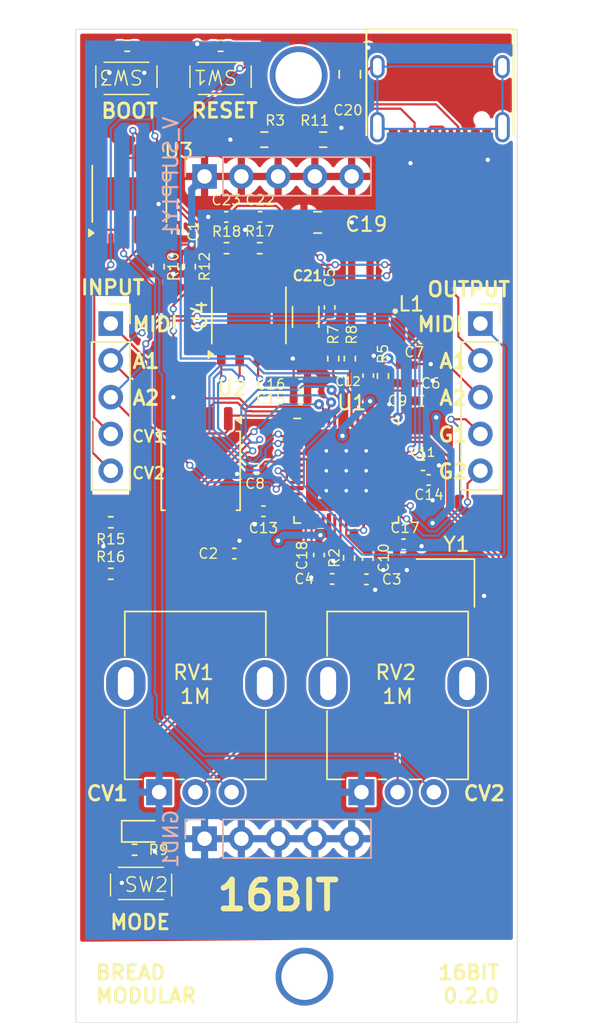
<source format=kicad_pcb>
(kicad_pcb (version 20240108) (generator "pcbnew") (generator_version "8.0")
  (layers (0 "F.Cu" signal) (31 "B.Cu" signal) (34 "B.Paste" user) (35 "F.Paste" user) (36 "B.SilkS" user "B.Silkscreen") (37 "F.SilkS" user "F.Silkscreen") (38 "B.Mask" user) (39 "F.Mask" user) (44 "Edge.Cuts" user))
  (net 0 "")
  (net 1 "GND")
  (net 2 "+3V3")
  (net 3 "/XIN")
  (net 4 "Net-(C4-Pad1)")
  (net 5 "+1V1")
  (net 6 "/VREG_AVDD")
  (net 7 "Net-(J5-SHIELD)")
  (net 8 "Net-(D1-K)")
  (net 11 "/GPIO12")
  (net 12 "/GPIO13")
  (net 17 "AOUT_1")
  (net 18 "CV2")
  (net 19 "CV1")
  (net 22 "AIN_2")
  (net 23 "/RUN")
  (net 25 "AIN_1")
  (net 26 "MIDI_IN")
  (net 28 "AOUT_2")
  (net 29 "MIDI_OUT")
  (net 31 "USB_D+")
  (net 32 "USB_D-")
  (net 33 "Net-(J5-VBUS-PadA4)")
  (net 34 "Net-(J5-CC2)")
  (net 35 "Net-(J5-CC1)")
  (net 36 "/VREG_LX")
  (net 37 "QSPI_SS")
  (net 38 "/XOUT")
  (net 39 "Net-(SW1-A)")
  (net 40 "/~{USB_BOOT}")
  (net 41 "Net-(U1-USB_DP)")
  (net 42 "Net-(U1-USB_DM)")
  (net 43 "/QSPI_SD0")
  (net 45 "/QSPI_SD1")
  (net 46 "/QSPI_SD3")
  (net 47 "/QSPI_SCLK")
  (net 48 "/QSPI_SD2")
  (net 50 "GOUT_1")
  (net 51 "GOUT_2")
  (net 52 "Net-(U4-L)")
  (net 53 "Net-(U4-R)")
  (net 54 "BUFF_CV1")
  (net 55 "Net-(U3A--)")
  (net 56 "BUFF_CV2")
  (net 57 "Net-(U3B--)")
  (net 63 "DIN")
  (net 64 "WS")
  (net 65 "BCK")
  (footprint "Resistor_SMD:R_0402_1005Metric" (layer "F.Cu") (at 51.052 97.282 180)
    (property "Reference" "R9")
    (property "Value" "1k")
  )
  (footprint "Resistor_SMD:R_0402_1005Metric" (layer "F.Cu") (at 50.544 41.783 180)
    (property "Reference" "R6")
    (property "Value" "1k")
  )
  (footprint "LED_SMD:LED_0603_1608Metric" (layer "F.Cu") (at 51.6445 96.012)
    (property "Reference" "D1")
    (property "Value" "LED")
  )
  (footprint "Resistor_SMD:R_0402_1005Metric" (layer "F.Cu") (at 57.402 55.753 180)
    (property "Reference" "R18")
    (property "Value" "1k")
  )
  (footprint "RP2350_60QFN_minimal:C_0402_1005Metric_small_pads" (layer "F.Cu") (at 69.843 63.814)
    (property "Reference" "C7")
    (property "Value" "4.7u")
  )
  (footprint "BreadModular_MISC:K2-1808SN-A4SW-01" (layer "F.Cu") (at 51.435 99.695)
    (property "Reference" "SW2")
    (property "Value" "K2-1808SN-A4SW-01")
  )
  (footprint "BreadModular_MISC:K2-1808SN-A4SW-01" (layer "F.Cu") (at 50.546 43.942 180)
    (property "Reference" "SW3")
    (property "Value" "K2-1808SN-A4SW-01")
  )
  (footprint "Capacitor_SMD:C_0402_1005Metric" (layer "F.Cu") (at 70.894 66.294)
    (property "Reference" "C9")
    (property "Value" "4.7u")
  )
  (footprint "RP2350_60QFN_minimal:RP2350-QFN-60-1EP_7x7_P0.4mm_EP3.4x3.4mm_ThermalVias" (layer "F.Cu") (at 65.6675 71.12)
    (property "Reference" "U1")
    (property "Value" "RP2350_60QFN")
  )
  (footprint "Capacitor_SMD:C_0402_1005Metric" (layer "F.Cu") (at 62.512 66.167 180)
    (property "Reference" "C15")
    (property "Value" "100n")
  )
  (footprint "Resistor_SMD:R_0402_1005Metric" (layer "F.Cu") (at 56.9912 41.783 180)
    (property "Reference" "R4")
    (property "Value" "1k")
  )
  (footprint "Connector_PinSocket_2.54mm:PinSocket_1x05_P2.54mm_Vertical" (layer "F.Cu") (at 74.93 60.96)
    (property "Reference" "J2")
    (property "Value" "Conn_01x08_Socket")
  )
  (footprint "BreadModular_TypeC:HRO-TYPE-C-31-M-12" (layer "F.Cu") (at 72.136 40.619 180)
    (property "Reference" "J5")
    (property "Value" "USB_C_Receptacle_USB2.0_14P")
  )
  (footprint "RP2350_60QFN_minimal:L_pol_2016" (layer "F.Cu") (at 69.947 61.401)
    (property "Reference" "L1")
    (property "Value" "AOTA-B201610S3R3-101-T")
  )
  (footprint "Capacitor_SMD:C_0402_1005Metric" (layer "F.Cu") (at 67.1576 77.1932 -90)
    (property "Reference" "C10")
    (property "Value" "4.7u")
  )
  (footprint "Capacitor_SMD:C_0402_1005Metric" (layer "F.Cu") (at 70.965 70.739)
    (property "Reference" "C11")
    (property "Value" "100n")
  )
  (footprint "Resistor_SMD:R_0402_1005Metric" (layer "F.Cu") (at 59.688 55.753)
    (property "Reference" "R17")
    (property "Value" "1k")
  )
  (footprint "RP2350_60QFN_minimal:C_0402_1005Metric_small_pads" (layer "F.Cu") (at 69.843 65.084)
    (property "Reference" "C6")
    (property "Value" "4.7u")
  )
  (footprint "Resistor_SMD:R_0402_1005Metric" (layer "F.Cu") (at 68.199 64.578 90)
    (property "Reference" "R5")
    (property "Value" "33")
  )
  (footprint "Capacitor_SMD:C_0402_1005Metric" (layer "F.Cu") (at 59.944 73.914 180)
    (property "Reference" "C13")
    (property "Value" "100n")
  )
  (footprint "Capacitor_SMD:C_0402_1005Metric" (layer "F.Cu") (at 63.782 76.934 -90)
    (property "Reference" "C18")
    (property "Value" "100n")
  )
  (footprint "Capacitor_SMD:C_0402_1005Metric" (layer "F.Cu") (at 64.516 59.845 -90)
    (property "Reference" "C5")
    (property "Value" "0.1uf")
  )
  (footprint "Capacitor_SMD:C_0402_1005Metric" (layer "F.Cu") (at 53.975 54.638 90)
    (property "Reference" "C1")
    (property "Value" "0.1uf")
  )
  (footprint "Capacitor_SMD:C_0805_2012Metric" (layer "F.Cu") (at 65.913 43.749 90)
    (property "Reference" "C20")
    (property "Value" "10nf")
  )
  (footprint "Capacitor_SMD:C_1206_3216Metric" (layer "F.Cu") (at 62.865 60.501 -90)
    (property "Reference" "C21")
    (property "Value" "100uf")
  )
  (footprint "Package_SO:SOIC-8-1EP_3.9x4.9mm_P1.27mm_EP2.29x3mm" (layer "F.Cu") (at 50.685 52.005 90)
    (property "Reference" "U3")
    (property "Value" "MCP6002-xSN")
  )
  (footprint "Package_SO:SOIC-8_5.23x5.23mm_P1.27mm" (layer "F.Cu") (at 55.6125 71.12 -90)
    (property "Reference" "U2")
    (property "Value" "W25Q128JVS")
  )
  (footprint "Capacitor_SMD:C_0402_1005Metric" (layer "F.Cu") (at 62.512 65.151 180)
    (property "Reference" "C16")
    (property "Value" "100n")
  )
  (footprint "Resistor_SMD:R_0402_1005Metric" (layer "F.Cu") (at 49.401 74.676 180)
    (property "Reference" "R15")
    (property "Value" "100k")
  )
  (footprint "Capacitor_SMD:C_0402_1005Metric" (layer "F.Cu") (at 59.464 70.993 180)
    (property "Reference" "C8")
    (property "Value" "100n")
  )
  (footprint "Resistor_SMD:R_0603_1608Metric" (layer "F.Cu") (at 64.072 48.26)
    (property "Reference" "R11")
    (property "Value" "5.1k")
  )
  (footprint "Resistor_SMD:R_0402_1005Metric" (layer "F.Cu") (at 65.8622 77.1378 -90)
    (property "Reference" "R2")
    (property "Value" "1k")
  )
  (footprint "Resistor_SMD:R_0402_1005Metric" (layer "F.Cu") (at 52.707 57.023 90)
    (property "Reference" "R10")
    (property "Value" "100k")
  )
  (footprint "Capacitor_SMD:C_0402_1005Metric" (layer "F.Cu") (at 64.6964 78.5876 180)
    (property "Reference" "C4")
    (property "Value" "15p")
  )
  (footprint "Capacitor_SMD:C_0402_1005Metric" (layer "F.Cu") (at 67.183 64.548 90)
    (property "Reference" "C12")
    (property "Value" "100n")
  )
  (footprint "Capacitor_SMD:C_0402_1005Metric" (layer "F.Cu") (at 71.3512 71.755)
    (property "Reference" "C14")
    (property "Value" "100n")
  )
  (footprint "Capacitor_SMD:C_0402_1005Metric" (layer "F.Cu") (at 69.624 76.2)
    (property "Reference" "C17")
    (property "Value" "100n")
  )
  (footprint "Capacitor_SMD:C_0805_2012Metric" (layer "F.Cu") (at 63.693 53.975)
    (property "Reference" "C19")
    (property "Value" "10u")
  )
  (footprint "Capacitor_SMD:C_0402_1005Metric" (layer "F.Cu") (at 67.0586 78.613)
    (property "Reference" "C3")
    (property "Value" "15p")
  )
  (footprint "Capacitor_SMD:C_0402_1005Metric" (layer "F.Cu") (at 59.718 53.594)
    (property "Reference" "C22")
    (property "Value" "10nf")
  )
  (footprint "Resistor_SMD:R_0402_1005Metric" (layer "F.Cu") (at 49.401 78.232)
    (property "Reference" "R16")
    (property "Value" "100k")
  )
  (footprint "Resistor_SMD:R_0402_1005Metric" (layer "F.Cu") (at 54.862 57.025 90)
    (property "Reference" "R12")
    (property "Value" "100k")
  )
  (footprint "Package_SO:SOIC-8-1EP_3.9x4.9mm_P1.27mm_EP2.29x3mm" (layer "F.Cu") (at 58.94 60.39 90)
    (property "Reference" "U4")
    (property "Value" "PT8211")
  )
  (footprint "Crystal:Crystal_SMD_3225-4Pin_3.2x2.5mm" (layer "F.Cu") (at 72.517 78.867 180)
    (property "Reference" "Y1")
    (property "Value" "ABM8-272-T3")
  )
  (footprint "Capacitor_SMD:C_0402_1005Metric" (layer "F.Cu") (at 57.376 53.594)
    (property "Reference" "C23")
    (property "Value" "10nf")
  )
  (footprint "BreadModular_Pots:Potentiometer_RV09" (layer "F.Cu") (at 55.372 86.3122)
    (property "Reference" "RV1")
    (property "Value" "1M")
  )
  (footprint "BreadModular_Pots:Potentiometer_RV09" (layer "F.Cu") (at 69.342 86.3122)
    (property "Reference" "RV2")
    (property "Value" "1M")
  )
  (footprint "Capacitor_SMD:C_0402_1005Metric" (layer "F.Cu") (at 57.94 76.835)
    (property "Reference" "C2")
    (property "Value" "100n")
  )
  (footprint "Resistor_SMD:R_0402_1005Metric" (layer "F.Cu") (at 65.913 63.375 -90)
    (property "Reference" "R8")
    (property "Value" "27")
  )
  (footprint "BreadModular_MISC:K2-1808SN-A4SW-01" (layer "F.Cu") (at 57.0484 43.942 180)
    (property "Reference" "SW1")
    (property "Value" "K2-1808SN-A4SW-01")
  )
  (footprint "Connector_PinSocket_2.54mm:PinSocket_1x05_P2.54mm_Vertical" (layer "F.Cu") (at 49.403 60.96)
    (property "Reference" "J1")
    (property "Value" "Conn_01x08_Socket")
  )
  (footprint "Resistor_SMD:R_0402_1005Metric" (layer "F.Cu") (at 64.77 63.375 -90)
    (property "Reference" "R7")
    (property "Value" "27")
  )
  (footprint "Resistor_SMD:R_0603_1608Metric" (layer "F.Cu") (at 60.008 48.26 180)
    (property "Reference" "R3")
    (property "Value" "5.1k")
  )
  (footprint "Connector_PinHeader_2.54mm:PinHeader_1x05_P2.54mm_Vertical" (layer "B.Cu") (at 55.88 96.52 -90)
    (property "Reference" "GND1")
    (property "Value" "Conn_01x05_Pin")
  )
  (footprint "Connector_PinHeader_2.54mm:PinHeader_1x05_P2.54mm_Vertical" (layer "B.Cu") (at 55.88 50.8 -90)
    (property "Reference" "V_SUPPLY1")
    (property "Value" "Conn_01x05_Pin")
  )
  (gr_poly (pts (xy 66.421 68.834) (xy 67.8942 68.834) (xy 67.8942 73.787) (xy 62.992 73.787) (xy 62.992 70.358) (xy 63.627 70.358) (xy 63.627 73.152) (xy 67.6656 73.1266) (xy 67.6656 69.0626) (xy 66.421 69.088)) (stroke (width 0.2)) (fill solid) (layer "F.Cu") (net 5))
  (gr_line (start 66.8782 68.072) (end 66.8782 68.834) (stroke (width 0.2)) (layer "F.Cu") (net 5))
  (gr_line (start 65.659 74.168) (end 65.659 73.787) (stroke (width 0.2)) (layer "F.Cu") (net 5))
  (gr_line (start 67.7672 70.739) (end 68.961 70.739) (stroke (width 0.2)) (layer "F.Cu") (net 5))
  (gr_line (start 46.99 109.22) (end 77.47 109.22) (stroke (width 0.05)) (layer "Edge.Cuts"))
  (gr_line (start 77.47 40.64) (end 46.99 40.64) (stroke (width 0.05)) (layer "Edge.Cuts"))
  (gr_line (start 46.99 40.64) (end 46.99 109.22) (stroke (width 0.05)) (layer "Edge.Cuts"))
  (gr_line (start 77.47 109.22) (end 77.47 40.64) (stroke (width 0.05)) (layer "Edge.Cuts"))
  (gr_text "BOOT" (at 48.641 46.863 0) (layer "F.SilkS") (effects (font (size 1 1) (thickness 0.2) (bold yes)) (justify left bottom)))
  (gr_text "CV2" (at 50.8 71.755 0) (layer "F.SilkS") (effects (font (size 0.8 0.8) (thickness 0.15) (bold yes)) (justify left bottom)))
  (gr_text "OUTPUT" (at 77.089 59.182 0) (layer "F.SilkS") (effects (font (size 1 1) (thickness 0.2) (bold yes)) (justify right bottom)))
  (gr_text "CV2" (at 73.66 93.98 0) (layer "F.SilkS") (effects (font (size 1 1) (thickness 0.2) (bold yes)) (justify left bottom)))
  (gr_text "RESET" (at 54.864 46.8376 0) (layer "F.SilkS") (effects (font (size 1 1) (thickness 0.2) (bold yes)) (justify left bottom)))
  (gr_text "INPUT" (at 49.53 59.055 0) (layer "F.SilkS") (effects (font (size 1 1) (thickness 0.2) (bold yes)) (justify bottom)))
  (gr_text "CV1" (at 47.625 93.98 0) (layer "F.SilkS") (effects (font (size 1 1) (thickness 0.2) (bold yes)) (justify left bottom)))
  (gr_text "G2" (at 73.025 71.755 0) (layer "F.SilkS") (effects (font (size 1 1) (thickness 0.2) (bold yes)) (justify bottom)))
  (gr_text "G1" (at 73.025 69.215 0) (layer "F.SilkS") (effects (font (size 1 1) (thickness 0.2) (bold yes)) (justify bottom)))
  (gr_text "16BIT\n0.2.0" (at 76.327 107.95 0) (layer "F.SilkS") (effects (font (size 1 1) (thickness 0.2) (bold yes)) (justify right bottom)))
  (gr_text "A2" (at 73.025 66.675 0) (layer "F.SilkS") (effects (font (size 1 1) (thickness 0.2) (bold yes)) (justify bottom)))
  (gr_text "A1" (at 50.8 64.135 0) (layer "F.SilkS") (effects (font (size 1 1) (thickness 0.2) (bold yes)) (justify left bottom)))
  (gr_text "16BIT" (at 60.96 101.6 0) (layer "F.SilkS") (effects (font (size 2 2) (thickness 0.4) (bold yes)) (justify bottom)))
  (gr_text "A1" (at 73.025 64.135 0) (layer "F.SilkS") (effects (font (size 1 1) (thickness 0.2) (bold yes)) (justify bottom)))
  (gr_text "CV1" (at 50.8 69.215 0) (layer "F.SilkS") (effects (font (size 0.8 0.8) (thickness 0.15) (bold yes)) (justify left bottom)))
  (gr_text "MODE" (at 51.435 102.87 0) (layer "F.SilkS") (effects (font (size 1 1) (thickness 0.2) (bold yes)) (justify bottom)))
  (gr_text "MIDI" (at 70.485 61.595 0) (layer "F.SilkS") (effects (font (size 1 1) (thickness 0.2) (bold yes)) (justify left bottom)))
  (gr_text "BREAD\nMODULAR" (at 48.26 107.95 0) (layer "F.SilkS") (effects (font (size 1 1) (thickness 0.2) (bold yes)) (justify left bottom)))
  (gr_text "A2" (at 50.8 66.675 0) (layer "F.SilkS") (effects (font (size 1 1) (thickness 0.2) (bold yes)) (justify left bottom)))
  (gr_text "MIDI" (at 50.8 61.595 0) (layer "F.SilkS") (effects (font (size 1 1) (thickness 0.2) (bold yes)) (justify left bottom)))
  (via (at 62.784908 106.045) (size 4) (drill 3.2) (layers "F.Cu" "B.Cu") (net 0))
  (via (at 62.37758 43.815) (size 4) (drill 3.2) (layers "F.Cu" "B.Cu") (net 0))
  (segment (start 51.562 97.282) (end 52.324 97.282) (width 0.15) (layer "F.Cu") (net 1))
  (segment (start 64.897 47.879) (end 65.3288 47.4472) (width 0.15) (layer "F.Cu") (net 1))
  (segment (start 70.104 49.8856) (end 69.7826 49.8856) (width 0.15) (layer "F.Cu") (net 1))
  (segment (start 52.705 52.705) (end 52.705 54.365) (width 0.15) (layer "F.Cu") (net 1))
  (segment (start 48.406 44.543) (end 48.406 45.042) (width 0.15) (layer "F.Cu") (net 1))
  (segment (start 63.782 77.414) (end 64.699 77.414) (width 0.15) (layer "F.Cu") (net 1))
  (segment (start 61.976 63.373) (end 62.032 63.429) (width 0.15) (layer "F.Cu") (net 1))
  (segment (start 59.336161 73.815839) (end 59.492 73.66) (width 0.15) (layer "F.Cu") (net 1))
  (segment (start 67.564 79.241331) (end 67.564 78.486) (width 0.15) (layer "F.Cu") (net 1))
  (segment (start 58.640913 71.336087) (end 58.128087 71.336087) (width 0.15) (layer "F.Cu") (net 1))
  (segment (start 68.0675 67.0951) (end 68.0675 67.6825) (width 0.15) (layer "F.Cu") (net 1))
  (segment (start 71.628 64.897) (end 71.441 65.084) (width 0.15) (layer "F.Cu") (net 1))
  (segment (start 52.563 45.085) (end 48.83 45.085) (width 0.15) (layer "F.Cu") (net 1))
  (segment (start 71.441 65.084) (end 70.358 65.084) (width 0.15) (layer "F.Cu") (net 1))
  (segment (start 71.501 63.754) (end 70.418 63.754) (width 0.15) (layer "F.Cu") (net 1))
  (segment (start 52.606 44.224) (end 52.027 43.645) (width 0.15) (layer "F.Cu") (net 1))
  (segment (start 64.516 60.325) (end 62.865 61.976) (width 0.15) (layer "F.Cu") (net 1))
  (segment (start 64.699 77.414) (end 64.77 77.343) (width 0.15) (layer "F.Cu") (net 1))
  (segment (start 71.628 64.897) (end 71.374 65.151) (width 0.5) (layer "F.Cu") (net 1))
  (segment (start 68.2244 77.978) (end 67.4624 77.978) (width 0.15) (layer "F.Cu") (net 1))
  (segment (start 62.865 61.976) (end 61.976 62.865) (width 0.15) (layer "F.Cu") (net 1))
  (segment (start 68.64 66.5226) (end 68.0675 67.0951) (width 0.15) (layer "F.Cu") (net 1))
  (segment (start 52.324 97.282) (end 52.451 97.409) (width 0.15) (layer "F.Cu") (net 1))
  (segment (start 53.7075 66.0535) (end 53.721 66.04) (width 0.15) (layer "F.Cu") (net 1))
  (segment (start 67.183 63.56) (end 67.564 63.179) (width 0.15) (layer "F.Cu") (net 1))
  (segment (start 62.032 63.429) (end 62.032 65.151) (width 0.15) (layer "F.Cu") (net 1))
  (segment (start 49.304 43.645) (end 48.406 44.543) (width 0.15) (layer "F.Cu") (net 1))
  (segment (start 61.976 63.373) (end 61.353 63.373) (width 0.15) (layer "F.Cu") (net 1))
  (segment (start 67.183 64.068) (end 67.183 63.56) (width 0.15) (layer "F.Cu") (net 1))
  (segment (start 64.191 78.486) (end 63.246 78.486) (width 0.15) (layer "F.Cu") (net 1))
  (segment (start 59.238 53.919) (end 58.674 54.483) (width 0.15) (layer "F.Cu") (net 1))
  (segment (start 52.705 54.365) (end 52.59 54.48) (width 0.15) (layer "F.Cu") (net 1))
  (segment (start 56.2272 41.656) (end 55.372 41.656) (width 0.15) (layer "F.Cu") (net 1))
  (segment (start 58.42 76.073) (end 58.293 75.946) (width 0.15) (layer "F.Cu") (net 1))
  (segment (start 71.628 73.152) (end 71.628 71.9582) (width 0.15) (layer "F.Cu") (net 1))
  (segment (start 49.385 100.348) (end 49.385 100.711) (width 0.15) (layer "F.Cu") (net 1))
  (segment (start 61.838 64.957) (end 62.032 65.151) (width 0.15) (layer "F.Cu") (net 1))
  (segment (start 61.353 63.373) (end 60.845 62.865) (width 0.15) (layer "F.Cu") (net 1))
  (segment (start 67.660467 79.337798) (end 67.564 79.241331) (width 0.15) (layer "F.Cu") (net 1))
  (segment (start 70.739 76.2) (end 70.866 76.327) (width 0.15) (layer "F.Cu") (net 1))
  (segment (start 75.145 79.717) (end 75.184 79.756) (width 0.15) (layer "F.Cu") (net 1))
  (segment (start 49.385 100.711) (end 53.585 100.711) (width 0.15) (layer "F.Cu") (net 1))
  (segment (start 72.067248 70.747426) (end 71.453426 70.747426) (width 0.15) (layer "F.Cu") (net 1))
  (segment (start 75.361 48.314) (end 75.361 49.58) (width 0.15) (layer "F.Cu") (net 1))
  (segment (start 50.165 99.568) (end 49.385 100.348) (width 0.15) (layer "F.Cu") (net 1))
  (segment (start 65.913 42.799) (end 66.802 41.91) (width 0.15) (layer "F.Cu") (net 1))
  (segment (start 59.183 48.26) (end 57.658 48.26) (width 0.15) (layer "F.Cu") (net 1))
  (segment (start 71.628 71.9582) (end 71.8312 71.755) (width 0.15) (layer "F.Cu") (net 1))
  (segment (start 64.77 60.325) (end 64.516 60.325) (width 0.15) (layer "F.Cu") (net 1))
  (segment (start 52.606 45.042) (end 52.606 44.224) (width 0.15) (layer "F.Cu") (net 1))
  (segment (start 53.975 53.975) (end 52.705 52.705) (width 0.15) (layer "F.Cu") (net 1))
  (segment (start 56.896 53.594) (end 56.134 53.594) (width 0.15) (layer "F.Cu") (net 1))
  (segment (start 75.361 49.58) (end 75.438 49.657) (width 0.15) (layer "F.Cu") (net 1))
  (segment (start 70.418 63.754) (end 70.358 63.814) (width 0.15) (layer "F.Cu") (net 1))
  (segment (start 71.417 78.017) (end 69.889 78.017) (width 0.15) (layer "F.Cu") (net 1))
  (segment (start 71.453426 70.747426) (end 71.445 70.739) (width 0.15) (layer "F.Cu") (net 1))
  (segment (start 59.336161 74.827013) (end 59.336161 73.815839) (width 0.15) (layer "F.Cu") (net 1))
  (segment (start 52.606 45.042) (end 52.563 45.085) (width 0.15) (layer "F.Cu") (net 1))
  (segment (start 59.238 53.594) (end 59.238 53.919) (width 0.15) (layer "F.Cu") (net 1))
  (segment (start 71.374 65.151) (end 71.374 66.294) (width 0.5) (layer "F.Cu") (net 1))
  (segment (start 66.04 53.975) (end 64.643 53.975) (width 0.15) (layer "F.Cu") (net 1))
  (segment (start 56.4812 41.91) (end 56.2272 41.656) (width 0.15) (layer "F.Cu") (net 1))
  (segment (start 67.4624 77.978) (end 67.1576 77.6732) (width 0.15) (layer "F.Cu") (net 1))
  (segment (start 62.032 66.167) (end 62.032 65.151) (width 0.5) (layer "F.Cu") (net 1))
  (segment (start 48.891 74.676) (end 48.891 76.327) (width 0.15) (layer "F.Cu") (net 1))
  (segment (start 66.802 41.91) (end 67.183 41.91) (width 0.15) (layer "F.Cu") (net 1))
  (segment (start 61.976 62.865) (end 61.976 63.373) (width 0.15) (layer "F.Cu") (net 1))
  (segment (start 48.891 76.327) (end 48.891 78.232) (width 0.15) (layer "F.Cu") (net 1))
  (segment (start 64.897 48.26) (end 64.897 47.879) (width 0.15) (layer "F.Cu") (net 1))
  (segment (start 53.7075 67.52) (end 53.7075 66.0535) (width 0.15) (layer "F.Cu") (net 1))
  (segment (start 52.027 43.645) (end 51.717 43.645) (width 0.15) (layer "F.Cu") (net 1))
  (segment (start 68.911 49.014) (end 68.911 48.314) (width 0.15) (layer "F.Cu") (net 1))
  (segment (start 69.889 78.017) (end 69.85 77.978) (width 0.15) (layer "F.Cu") (net 1))
  (segment (start 58.984 70.993) (end 58.640913 71.336087) (width 0.15) (layer "F.Cu") (net 1))
  (segment (start 70.104 76.2) (end 70.739 76.2) (width 0.15) (layer "F.Cu") (net 1))
  (segment (start 69.7826 49.8856) (end 68.911 49.014) (width 0.15) (layer "F.Cu") (net 1))
  (segment (start 53.975 54.158) (end 53.975 53.975) (width 0.15) (layer "F.Cu") (net 1))
  (segment (start 73.617 79.717) (end 75.145 79.717) (width 0.15) (layer "F.Cu") (net 1))
  (segment (start 58.42 76.835) (end 58.42 76.073) (width 0.15) (layer "F.Cu") (net 1))
  (via (at 72.067248 70.747426) (size 0.7) (drill 0.3) (layers "F.Cu" "B.Cu") (net 1))
  (via (at 68.64 66.5226) (size 0.7) (drill 0.3) (layers "F.Cu" "B.Cu") (net 1))
  (via (at 64.77 77.343) (size 0.7) (drill 0.3) (layers "F.Cu" "B.Cu") (net 1))
  (via (at 58.674 54.483) (size 0.5) (drill 0.3) (layers "F.Cu" "B.Cu") (net 1))
  (via (at 69.85 77.978) (size 0.7) (drill 0.3) (layers "F.Cu" "B.Cu") (net 1))
  (via (at 49.304 43.645) (size 0.7) (drill 0.3) (layers "F.Cu" "B.Cu") (net 1))
  (via (at 70.104 49.8856) (size 0.7) (drill 0.3) (layers "F.Cu" "B.Cu") (net 1))
  (via (at 50.165 99.568) (size 0.5) (drill 0.3) (layers "F.Cu" "B.Cu") (net 1))
  (via (at 75.438 49.657) (size 0.7) (drill 0.3) (layers "F.Cu" "B.Cu") (net 1))
  (via (at 68.2244 77.978) (size 0.7) (drill 0.3) (layers "F.Cu" "B.Cu") (net 1))
  (via (at 65.3288 47.4472) (size 0.7) (drill 0.3) (layers "F.Cu" "B.Cu") (net 1))
  (via (at 71.501 63.754) (size 0.7) (drill 0.3) (layers "F.Cu" "B.Cu") (net 1))
  (via (at 56.134 53.594) (size 0.5) (drill 0.3) (layers "F.Cu" "B.Cu") (net 1))
  (via (at 67.564 63.179) (size 0.7) (drill 0.3) (layers "F.Cu" "B.Cu") (net 1))
  (via (at 51.717 43.645) (size 0.7) (drill 0.3) (layers "F.Cu" "B.Cu") (net 1))
  (via (at 52.451 97.409) (size 0.5) (drill 0.3) (layers "F.Cu" "B.Cu") (net 1))
  (via (at 63.246 78.486) (size 0.7) (drill 0.3) (layers "F.Cu" "B.Cu") (net 1))
  (via (at 67.660467 79.337798) (size 0.7) (drill 0.3) (layers "F.Cu" "B.Cu") (net 1))
  (via (at 52.705 52.705) (size 0.5) (drill 0.3) (layers "F.Cu" "B.Cu") (net 1))
  (via (at 53.721 66.04) (size 0.7) (drill 0.3) (layers "F.Cu" "B.Cu") (net 1))
  (via (at 71.628 73.152) (size 0.7) (drill 0.3) (layers "F.Cu" "B.Cu") (net 1))
  (via (at 70.866 76.327) (size 0.7) (drill 0.3) (layers "F.Cu" "B.Cu") (net 1))
  (via (at 58.128087 71.336087) (size 0.7) (drill 0.3) (layers "F.Cu" "B.Cu") (net 1))
  (via (at 57.658 48.26) (size 0.7) (drill 0.3) (layers "F.Cu" "B.Cu") (net 1))
  (via (at 66.04 53.975) (size 0.7) (drill 0.3) (layers "F.Cu" "B.Cu") (net 1))
  (via (at 55.372 41.656) (size 0.5) (drill 0.3) (layers "F.Cu" "B.Cu") (net 1))
  (via (at 71.628 64.897) (size 0.7) (drill 0.3) (layers "F.Cu" "B.Cu") (net 1))
  (via (at 58.293 75.946) (size 0.7) (drill 0.3) (layers "F.Cu" "B.Cu") (net 1))
  (via (at 67.183 41.91) (size 0.7) (drill 0.3) (layers "F.Cu" "B.Cu") (net 1))
  (via (at 48.891 76.327) (size 0.5) (drill 0.3) (layers "F.Cu" "B.Cu") (net 1))
  (via (at 75.184 79.756) (size 0.7) (drill 0.3) (layers "F.Cu" "B.Cu") (net 1))
  (via (at 61.976 63.373) (size 0.5) (drill 0.3) (layers "F.Cu" "B.Cu") (net 1))
  (via (at 59.336161 74.827013) (size 0.7) (drill 0.3) (layers "F.Cu" "B.Cu") (net 1))
  (segment (start 65.6675 72.495) (end 65.6675 69.745) (width 0.5) (layer "B.Cu") (net 1))
  (segment (start 67.0425 72.495) (end 64.2925 72.495) (width 0.5) (layer "B.Cu") (net 1))
  (segment (start 64.2925 72.495) (end 64.2925 69.745) (width 0.5) (layer "B.Cu") (net 1))
  (segment (start 67.0425 68.1201) (end 67.0425 69.745) (width 0.5) (layer "B.Cu") (net 1))
  (segment (start 67.0425 69.745) (end 64.2925 69.745) (width 0.5) (layer "B.Cu") (net 1))
  (segment (start 67.0425 72.495) (end 67.0425 69.745) (width 0.5) (layer "B.Cu") (net 1))
  (segment (start 68.64 66.5226) (end 67.0425 68.1201) (width 0.5) (layer "B.Cu") (net 1))
  (segment (start 69.257 65.028) (end 69.313 65.084) (width 0.5) (layer "F.Cu") (net 2))
  (segment (start 53.721 57.531) (end 53.725 57.535) (width 0.15) (layer "F.Cu") (net 2))
  (segment (start 57.46 74.7775) (end 57.5175 74.72) (width 0.15) (layer "F.Cu") (net 2))
  (segment (start 57.46 76.835) (end 57.46 74.7775) (width 0.15) (layer "F.Cu") (net 2))
  (segment (start 64.4675 75.7685) (end 64.4675 74.5575) (width 0.15) (layer "F.Cu") (net 2))
  (segment (start 70.591201 71.755) (end 69.956201 71.12) (width 0.15) (layer "F.Cu") (net 2))
  (segment (start 53.975 55.118) (end 53.975 55.88) (width 0.15) (layer "F.Cu") (net 2))
  (segment (start 62.992 65.151) (end 62.992 66.167) (width 0.5) (layer "F.Cu") (net 2))
  (segment (start 53.975 55.88) (end 53.594 56.261) (width 0.15) (layer "F.Cu") (net 2))
  (segment (start 69.144 76.2) (end 69.144 75.234) (width 0.15) (layer "F.Cu") (net 2))
  (segment (start 69.144 75.234) (end 68.4675 74.5575) (width 0.15) (layer "F.Cu") (net 2))
  (segment (start 69.247 64.816) (end 69.328 64.897) (width 0.15) (layer "F.Cu") (net 2))
  (segment (start 69.956201 71.12) (end 69.105 71.12) (width 0.15) (layer "F.Cu") (net 2))
  (segment (start 70.8712 71.755) (end 70.591201 71.755) (width 0.15) (layer "F.Cu") (net 2))
  (segment (start 67.183 65.028) (end 69.257 65.028) (width 0.5) (layer "F.Cu") (net 2))
  (segment (start 53.725 57.535) (end 54.862 57.535) (width 0.15) (layer "F.Cu") (net 2))
  (segment (start 54.356 55.499) (end 54.991 55.499) (width 0.15) (layer "F.Cu") (net 2))
  (segment (start 53.594 56.261) (end 54.356 55.499) (width 0.15) (layer "F.Cu") (net 2))
  (segment (start 68.199 65.151) (end 68.199 64.837) (width 0.15) (layer "F.Cu") (net 2))
  (segment (start 63.782 76.454) (end 64.4675 75.7685) (width 0.15) (layer "F.Cu") (net 2))
  (via (at 54.991 55.499) (size 0.5) (drill 0.3) (layers "F.Cu" "B.Cu") (net 2))
  (via (at 67.31 66.3194) (size 0.7) (drill 0.3) (layers "F.Cu" "B.Cu") (net 2))
  (via (at 53.721 57.531) (size 0.5) (drill 0.3) (layers "F.Cu" "B.Cu") (net 2))
  (via (at 71.628 74.7268) (size 0.7) (drill 0.3) (layers "F.Cu" "B.Cu") (net 2))
  (via (at 63.881 75.565) (size 0.7) (drill 0.3) (layers "F.Cu" "B.Cu") (net 2))
  (via (at 53.594 56.261) (size 0.5) (drill 0.3) (layers "F.Cu" "B.Cu") (net 2))
  (via (at 65.405 68.707) (size 0.7) (drill 0.3) (layers "F.Cu" "B.Cu") (net 2))
  (via (at 71.882 67.437) (size 0.7) (drill 0.3) (layers "F.Cu" "B.Cu") (net 2))
  (via (at 60.96 75.946) (size 0.7) (drill 0.3) (layers "F.Cu" "B.Cu") (net 2))
  (segment (start 71.882 68.707) (end 72.898 69.723) (width 0.5) (layer "B.Cu") (net 2))
  (segment (start 63.881 75.565) (end 61.341 75.565) (width 0.5) (layer "B.Cu") (net 2))
  (segment (start 61.341 75.565) (end 60.96 75.946) (width 0.5) (layer "B.Cu") (net 2))
  (segment (start 65.405 68.2244) (end 67.31 66.3194) (width 0.5) (layer "B.Cu") (net 2))
  (segment (start 54.991 55.499) (end 54.991 51.689) (width 0.5) (layer "B.Cu") (net 2))
  (segment (start 65.405 68.707) (end 65.405 68.2244) (width 0.5) (layer "B.Cu") (net 2))
  (segment (start 71.769421 74.7268) (end 71.628 74.7268) (width 0.5) (layer "B.Cu") (net 2))
  (segment (start 54.991 51.689) (end 55.88 50.8) (width 0.5) (layer "B.Cu") (net 2))
  (segment (start 72.898 73.598221) (end 71.769421 74.7268) (width 0.5) (layer "B.Cu") (net 2))
  (segment (start 72.898 69.723) (end 72.898 73.598221) (width 0.5) (layer "B.Cu") (net 2))
  (segment (start 71.882 67.437) (end 71.882 68.707) (width 0.5) (layer "B.Cu") (net 2))
  (segment (start 69.381 80.003) (end 70.542 78.842) (width 0.15) (layer "F.Cu") (net 3))
  (segment (start 66.187058 77.1398) (end 65.541342 77.1398) (width 0.15) (layer "F.Cu") (net 3))
  (segment (start 66.5786 78.613) (end 66.5786 79.069104) (width 0.15) (layer "F.Cu") (net 3))
  (segment (start 67.512496 80.003) (end 69.381 80.003) (width 0.15) (layer "F.Cu") (net 3))
  (segment (start 70.542 78.842) (end 72.792 78.842) (width 0.15) (layer "F.Cu") (net 3))
  (segment (start 65.541342 77.1398) (end 64.8675 76.465958) (width 0.15) (layer "F.Cu") (net 3))
  (segment (start 72.792 78.842) (end 73.617 78.017) (width 0.15) (layer "F.Cu") (net 3))
  (segment (start 66.5786 77.531342) (end 66.187058 77.1398) (width 0.15) (layer "F.Cu") (net 3))
  (segment (start 64.8675 76.465958) (end 64.8675 74.5575) (width 0.15) (layer "F.Cu") (net 3))
  (segment (start 66.5786 78.613) (end 66.5786 77.531342) (width 0.15) (layer "F.Cu") (net 3))
  (segment (start 66.5786 79.069104) (end 67.512496 80.003) (width 0.15) (layer "F.Cu") (net 3))
  (segment (start 65.913 77.724) (end 65.151 78.486) (width 0.15) (layer "F.Cu") (net 4))
  (segment (start 70.091264 79.717) (end 69.505264 80.303) (width 0.15) (layer "F.Cu") (net 4))
  (segment (start 69.505264 80.303) (end 67.349 80.303) (width 0.15) (layer "F.Cu") (net 4))
  (segment (start 71.417 79.717) (end 70.091264 79.717) (width 0.15) (layer "F.Cu") (net 4))
  (segment (start 67.349 80.303) (end 65.6336 78.5876) (width 0.15) (layer "F.Cu") (net 4))
  (segment (start 65.6336 78.5876) (end 65.1764 78.5876) (width 0.15) (layer "F.Cu") (net 4))
  (segment (start 66.831514 76.7132) (end 67.1576 76.7132) (width 0.15) (layer "F.Cu") (net 5))
  (segment (start 60.071 70.485) (end 59.888 70.668) (width 0.15) (layer "F.Cu") (net 5))
  (segment (start 65.6675 74.5575) (end 65.6675 75.549186) (width 0.15) (layer "F.Cu") (net 5))
  (segment (start 66.627802 66.38587) (end 66.627802 63.302025) (width 0.15) (layer "F.Cu") (net 5))
  (segment (start 66.8675 67.230442) (end 66.6675 67.030442) (width 0.15) (layer "F.Cu") (net 5))
  (segment (start 61.53944 70.32) (end 61.37444 70.485) (width 0.15) (layer "F.Cu") (net 5))
  (segment (start 66.627802 63.302025) (end 68.528827 61.401) (width 0.15) (layer "F.Cu") (net 5))
  (segment (start 62.23 70.32) (end 62.9425 70.32) (width 0.15) (layer "F.Cu") (net 5))
  (segment (start 65.6675 75.549186) (end 66.831514 76.7132) (width 0.15) (layer "F.Cu") (net 5))
  (segment (start 66.8675 67.6825) (end 66.8675 67.230442) (width 0.15) (layer "F.Cu") (net 5))
  (segment (start 68.528827 61.401) (end 69.247 61.401) (width 0.15) (layer "F.Cu") (net 5))
  (segment (start 66.6675 66.425568) (end 66.627802 66.38587) (width 0.15) (layer "F.Cu") (net 5))
  (segment (start 69.247 61.401) (end 69.247 63.733) (width 0.15) (layer "F.Cu") (net 5))
  (segment (start 69.124 70.739) (end 69.105 70.72) (width 0.15) (layer "F.Cu") (net 5))
  (segment (start 66.6675 67.030442) (end 66.6675 66.425568) (width 0.15) (layer "F.Cu") (net 5))
  (segment (start 70.485 70.739) (end 69.124 70.739) (width 0.15) (layer "F.Cu") (net 5))
  (segment (start 61.37444 70.485) (end 60.071 70.485) (width 0.15) (layer "F.Cu") (net 5))
  (segment (start 62.23 70.32) (end 61.53944 70.32) (width 0.15) (layer "F.Cu") (net 5))
  (segment (start 68.199 63.754) (end 68.58 63.373) (width 0.15) (layer "F.Cu") (net 6))
  (segment (start 70.358 66.294) (end 69.215 67.437) (width 0.15) (layer "F.Cu") (net 6))
  (segment (start 68.713 67.437) (end 68.4675 67.6825) (width 0.15) (layer "F.Cu") (net 6))
  (segment (start 69.215 67.437) (end 68.713 67.437) (width 0.15) (layer "F.Cu") (net 6))
  (segment (start 70.414 66.294) (end 70.358 66.294) (width 0.15) (layer "F.Cu") (net 6))
  (via (at 68.58 63.373) (size 0.7) (drill 0.3) (layers "F.Cu" "B.Cu") (net 6))
  (via (at 69.215 67.437) (size 0.7) (drill 0.3) (layers "F.Cu" "B.Cu") (net 6))
  (segment (start 69.215 64.008) (end 68.58 63.373) (width 0.15) (layer "B.Cu") (net 6))
  (segment (start 69.215 67.437) (end 69.215 64.008) (width 0.15) (layer "B.Cu") (net 6))
  (segment (start 67.393 43.219) (end 67.816 43.219) (width 0.15) (layer "F.Cu") (net 7))
  (segment (start 65.913 44.699) (end 67.393 43.219) (width 0.15) (layer "F.Cu") (net 7))
  (segment (start 76.456 47.399) (end 76.336 47.519) (width 0.15) (layer "B.Cu") (net 7))
  (segment (start 67.816 43.219) (end 67.816 47.399) (width 0.15) (layer "B.Cu") (net 7))
  (segment (start 76.456 43.219) (end 76.456 47.399) (width 0.15) (layer "B.Cu") (net 7))
  (segment (start 76.336 47.519) (end 67.936 47.519) (width 0.15) (layer "B.Cu") (net 7))
  (segment (start 67.936 47.519) (end 67.816 47.399) (width 0.15) (layer "B.Cu") (net 7))
  (segment (start 67.816 43.219) (end 76.456 43.219) (width 0.15) (layer "B.Cu") (net 7))
  (segment (start 50.542 96.327) (end 50.857 96.012) (width 0.15) (layer "F.Cu") (net 8))
  (segment (start 50.542 97.282) (end 50.542 96.327) (width 0.15) (layer "F.Cu") (net 8))
  (segment (start 50.419 94.869) (end 50.419 91.186) (width 0.15) (layer "F.Cu") (net 11))
  (segment (start 50.419 91.186) (end 56.215 85.39) (width 0.15) (layer "F.Cu") (net 11))
  (segment (start 49.375 95.913) (end 50.419 94.869) (width 0.15) (layer "F.Cu") (net 11))
  (segment (start 62.8675 76.114168) (end 62.8675 74.5575) (width 0.15) (layer "F.Cu") (net 11))
  (segment (start 49.375 98.552) (end 49.375 95.913) (width 0.15) (layer "F.Cu") (net 11))
  (segment (start 53.575 98.552) (end 49.375 98.552) (width 0.15) (layer "F.Cu") (net 11))
  (segment (start 56.215 82.766668) (end 62.8675 76.114168) (width 0.15) (layer "F.Cu") (net 11))
  (segment (start 56.215 85.39) (end 56.215 82.766668) (width 0.15) (layer "F.Cu") (net 11))
  (segment (start 52.432 96.012) (end 50.8 94.38) (width 0.15) (layer "F.Cu") (net 12))
  (segment (start 56.515 85.725) (end 56.515 82.890932) (width 0.15) (layer "F.Cu") (net 12))
  (segment (start 63.2675 76.138432) (end 63.2675 74.5575) (width 0.15) (layer "F.Cu") (net 12))
  (segment (start 50.8 91.44) (end 56.515 85.725) (width 0.15) (layer "F.Cu") (net 12))
  (segment (start 50.8 94.38) (end 50.8 91.44) (width 0.15) (layer "F.Cu") (net 12))
  (segment (start 56.515 82.890932) (end 63.2675 76.138432) (width 0.15) (layer "F.Cu") (net 12))
  (segment (start 59.178 55.753) (end 59.178 54.614) (width 0.15) (layer "F.Cu") (net 17))
  (segment (start 62.992 56.896) (end 60.198 54.102) (width 0.15) (layer "F.Cu") (net 17))
  (segment (start 73.406 61.85) (end 73.406 59.182) (width 0.15) (layer "F.Cu") (net 17))
  (segment (start 74.93 63.5) (end 74.93 63.374) (width 0.15) (layer "F.Cu") (net 17))
  (segment (start 60.198 54.102) (end 60.198 53.594) (width 0.15) (layer "F.Cu") (net 17))
  (segment (start 73.406 59.182) (end 71.12 56.896) (width 0.15) (layer "F.Cu") (net 17))
  (segment (start 71.12 56.896) (end 68.326 56.896) (width 0.15) (layer "F.Cu") (net 17))
  (segment (start 59.178 54.614) (end 60.198 53.594) (width 0.15) (layer "F.Cu") (net 17))
  (segment (start 64.897 56.896) (end 62.992 56.896) (width 0.15) (layer "F.Cu") (net 17))
  (segment (start 74.93 63.374) (end 73.406 61.85) (width 0.15) (layer "F.Cu") (net 17))
  (via (at 68.326 56.896) (size 0.5) (drill 0.3) (layers "F.Cu" "B.Cu") (net 17))
  (via (at 64.897 56.896) (size 0.5) (drill 0.3) (layers "F.Cu" "B.Cu") (net 17))
  (segment (start 68.326 56.896) (end 64.897 56.896) (width 0.15) (layer "B.Cu") (net 17))
  (segment (start 52.59 48.145) (end 52.59 49.53) (width 0.15) (layer "F.Cu") (net 18))
  (segment (start 52.59 51.617264) (end 52.59 49.53) (width 0.15) (layer "F.Cu") (net 18))
  (segment (start 52.451 48.006) (end 52.59 48.145) (width 0.15) (layer "F.Cu") (net 18))
  (segment (start 48.133 67.734264) (end 47.96 67.561264) (width 0.15) (layer "F.Cu") (net 18))
  (segment (start 47.96 58.339) (end 49.403 56.896) (width 0.15) (layer "F.Cu") (net 18))
  (segment (start 49.403 71.12) (end 48.133 69.85) (width 0.15) (layer "F.Cu") (net 18))
  (segment (start 54.862 56.515) (end 55.499 55.878) (width 0.15) (layer "F.Cu") (net 18))
  (segment (start 47.96 67.561264) (end 47.96 58.339) (width 0.15) (layer "F.Cu") (net 18))
  (segment (start 55.499 54.526264) (end 52.59 51.617264) (width 0.15) (layer "F.Cu") (net 18))
  (segment (start 55.499 55.878) (end 55.499 54.526264) (width 0.15) (layer "F.Cu") (net 18))
  (segment (start 48.133 69.85) (end 48.133 67.734264) (width 0.15) (layer "F.Cu") (net 18))
  (via (at 49.403 56.896) (size 0.5) (drill 0.3) (layers "F.Cu" "B.Cu") (net 18))
  (via (at 52.451 48.006) (size 0.5) (drill 0.3) (layers "F.Cu" "B.Cu") (net 18))
  (segment (start 50.038 46.863) (end 52.324 46.863) (width 0.15) (layer "B.Cu") (net 18))
  (segment (start 49.403 56.896) (end 49.403 47.498) (width 0.15) (layer "B.Cu") (net 18))
  (segment (start 49.403 47.498) (end 50.038 46.863) (width 0.15) (layer "B.Cu") (net 18))
  (segment (start 52.324 46.863) (end 52.324 47.879) (width 0.15) (layer "B.Cu") (net 18))
  (segment (start 52.324 47.879) (end 52.451 48.006) (width 0.15) (layer "B.Cu") (net 18))
  (segment (start 51.32 55.126) (end 51.32 54.48) (width 0.15) (layer "F.Cu") (net 19))
  (segment (start 52.707 56.513) (end 51.32 55.126) (width 0.15) (layer "F.Cu") (net 19))
  (segment (start 49.403 68.58) (end 48.26 67.437) (width 0.15) (layer "F.Cu") (net 19))
  (segment (start 48.26 67.437) (end 48.26 58.837752) (width 0.15) (layer "F.Cu") (net 19))
  (segment (start 48.26 58.837752) (end 51.32 55.777752) (width 0.15) (layer "F.Cu") (net 19))
  (segment (start 51.32 55.777752) (end 51.32 54.48) (width 0.15) (layer "F.Cu") (net 19))
  (segment (start 52.829264 60.752) (end 52.218632 61.362632) (width 0.15) (layer "F.Cu") (net 22))
  (segment (start 51.054 67.691) (end 51.054 73.533) (width 0.15) (layer "F.Cu") (net 22))
  (segment (start 51.054 73.533) (end 49.911 74.676) (width 0.15) (layer "F.Cu") (net 22))
  (segment (start 55.214003 61.102003) (end 54.864 60.752) (width 0.15) (layer "F.Cu") (net 22))
  (segment (start 52.218632 61.362632) (end 52.218632 61.954368) (width 0.15) (layer "F.Cu") (net 22))
  (segment (start 49.403 66.04) (end 51.054 67.691) (width 0.15) (layer "F.Cu") (net 22))
  (segment (start 69.82881 69.92) (end 70.128405 69.620405) (width 0.15) (layer "F.Cu") (net 22))
  (segment (start 54.61 60.752) (end 52.829264 60.752) (width 0.15) (layer "F.Cu") (net 22))
  (segment (start 55.372 61.102003) (end 55.214003 61.102003) (width 0.15) (layer "F.Cu") (net 22))
  (segment (start 52.218632 61.954368) (end 51.816 62.357) (width 0.15) (layer "F.Cu") (net 22))
  (segment (start 69.105 69.92) (end 69.82881 69.92) (width 0.15) (layer "F.Cu") (net 22))
  (segment (start 54.864 60.752) (end 54.61 60.752) (width 0.15) (layer "F.Cu") (net 22))
  (via (at 51.816 62.357) (size 0.5) (drill 0.3) (layers "F.Cu" "B.Cu") (net 22))
  (via (at 70.128405 69.620405) (size 0.5) (drill 0.3) (layers "F.Cu" "B.Cu") (net 22))
  (via (at 55.372 61.102003) (size 0.5) (drill 0.3) (layers "F.Cu" "B.Cu") (net 22))
  (segment (start 70.424 62.593264) (end 70.424 69.32481) (width 0.15) (layer "B.Cu") (net 22))
  (segment (start 51.816 62.357) (end 51.689 62.484) (width 0.15) (layer "B.Cu") (net 22))
  (segment (start 55.372 61.102003) (end 55.547003 60.927) (width 0.15) (layer "B.Cu") (net 22))
  (segment (start 51.689 62.484) (end 51.689 63.754) (width 0.15) (layer "B.Cu") (net 22))
  (segment (start 55.547003 60.927) (end 55.568752 60.927) (width 0.15) (layer "B.Cu") (net 22))
  (segment (start 55.568752 60.927) (end 55.743752 60.752) (width 0.15) (layer "B.Cu") (net 22))
  (segment (start 51.689 63.754) (end 49.403 66.04) (width 0.15) (layer "B.Cu") (net 22))
  (segment (start 68.582736 60.752) (end 70.424 62.593264) (width 0.15) (layer "B.Cu") (net 22))
  (segment (start 55.743752 60.752) (end 68.582736 60.752) (width 0.15) (layer "B.Cu") (net 22))
  (segment (start 70.424 69.32481) (end 70.128405 69.620405) (width 0.15) (layer "B.Cu") (net 22))
  (segment (start 66.867501 74.557501) (end 66.8675 74.5575) (width 0.15) (layer "F.Cu") (net 23))
  (segment (start 66.867501 75.228907) (end 66.867501 74.557501) (width 0.15) (layer "F.Cu") (net 23))
  (segment (start 59.0984 42.817) (end 58.583 43.3324) (width 0.15) (layer "F.Cu") (net 23))
  (segment (start 66.929 75.290406) (end 66.867501 75.228907) (width 0.15) (layer "F.Cu") (net 23))
  (segment (start 54.8984 42.817) (end 59.0984 42.817) (width 0.15) (layer "F.Cu") (net 23))
  (segment (start 58.583 43.3324) (end 58.3184 43.3324) (width 0.15) (layer "F.Cu") (net 23))
  (via (at 58.3184 43.3324) (size 0.5) (drill 0.3) (layers "F.Cu" "B.Cu") (net 23))
  (via (at 66.867501 75.228907) (size 0.5) (drill 0.3) (layers "F.Cu" "B.Cu") (net 23))
  (segment (start 65.786 66.675) (end 65.786 64.389) (width 0.15) (layer "B.Cu") (net 23))
  (segment (start 54.229 47.4218) (end 58.3184 43.3324) (width 0.15) (layer "B.Cu") (net 23))
  (segment (start 58.964752 63.373) (end 54.229 63.373) (width 0.15) (layer "B.Cu") (net 23))
  (segment (start 62.738 72.136) (end 62.738 69.723) (width 0.15) (layer "B.Cu") (net 23))
  (segment (start 54.229 63.373) (end 54.229 47.4218) (width 0.15) (layer "B.Cu") (net 23))
  (segment (start 65.786 64.389) (end 59.980752 64.389) (width 0.15) (layer "B.Cu") (net 23))
  (segment (start 62.738 69.723) (end 65.786 66.675) (width 0.15) (layer "B.Cu") (net 23))
  (segment (start 66.867501 75.228907) (end 65.830907 75.228907) (width 0.15) (layer "B.Cu") (net 23))
  (segment (start 65.830907 75.228907) (end 62.738 72.136) (width 0.15) (layer "B.Cu") (net 23))
  (segment (start 59.980752 64.389) (end 58.964752 63.373) (width 0.15) (layer "B.Cu") (net 23))
  (segment (start 49.403 63.5) (end 51.354 65.451) (width 0.15) (layer "F.Cu") (net 25))
  (segment (start 70.073932 70.32) (end 69.105 70.32) (width 0.15) (layer "F.Cu") (net 25))
  (segment (start 70.355819 70.038113) (end 70.073932 70.32) (width 0.15) (layer "F.Cu") (net 25))
  (segment (start 70.724 70.038113) (end 70.355819 70.038113) (width 0.15) (layer "F.Cu") (net 25))
  (segment (start 51.354 76.789) (end 49.911 78.232) (width 0.15) (layer "F.Cu") (net 25))
  (segment (start 51.354 65.451) (end 51.354 76.789) (width 0.15) (layer "F.Cu") (net 25))
  (segment (start 55.372 60.452) (end 52.705 60.452) (width 0.15) (layer "F.Cu") (net 25))
  (segment (start 52.705 60.452) (end 51.562 61.595) (width 0.15) (layer "F.Cu") (net 25))
  (via (at 70.724 70.038113) (size 0.5) (drill 0.3) (layers "F.Cu" "B.Cu") (net 25))
  (via (at 51.562 61.595) (size 0.5) (drill 0.3) (layers "F.Cu" "B.Cu") (net 25))
  (via (at 55.372 60.452) (size 0.5) (drill 0.3) (layers "F.Cu" "B.Cu") (net 25))
  (segment (start 51.562 61.595) (end 51.308 61.595) (width 0.15) (layer "B.Cu") (net 25))
  (segment (start 51.308 61.595) (end 49.403 63.5) (width 0.15) (layer "B.Cu") (net 25))
  (segment (start 68.707 60.452) (end 55.372 60.452) (width 0.15) (layer "B.Cu") (net 25))
  (segment (start 70.724 70.038113) (end 70.724 62.469) (width 0.15) (layer "B.Cu") (net 25))
  (segment (start 70.612 62.357) (end 68.707 60.452) (width 0.15) (layer "B.Cu") (net 25))
  (segment (start 70.724 62.469) (end 70.612 62.357) (width 0.15) (layer "B.Cu") (net 25))
  (segment (start 61.5675 71.354706) (end 61.802206 71.12) (width 0.15) (layer "F.Cu") (net 26))
  (segment (start 49.403 60.96) (end 52.07 63.627) (width 0.15) (layer "F.Cu") (net 26))
  (segment (start 52.07 63.627) (end 52.07 67.945) (width 0.15) (layer "F.Cu") (net 26))
  (segment (start 61.802206 71.12) (end 62.23 71.12) (width 0.15) (layer "F.Cu") (net 26))
  (segment (start 60.833 72.39) (end 61.5675 71.6555) (width 0.15) (layer "F.Cu") (net 26))
  (segment (start 61.5675 71.6555) (end 61.5675 71.354706) (width 0.15) (layer "F.Cu") (net 26))
  (segment (start 52.07 67.945) (end 54.864 70.739) (width 0.15) (layer "F.Cu") (net 26))
  (via (at 54.864 70.739) (size 0.5) (drill 0.3) (layers "F.Cu" "B.Cu") (net 26))
  (via (at 60.833 72.39) (size 0.5) (drill 0.3) (layers "F.Cu" "B.Cu") (net 26))
  (segment (start 60.354087 71.911087) (end 56.036087 71.911087) (width 0.15) (layer "B.Cu") (net 26))
  (segment (start 56.036087 71.911087) (end 54.864 70.739) (width 0.15) (layer "B.Cu") (net 26))
  (segment (start 60.833 72.39) (end 60.354087 71.911087) (width 0.15) (layer "B.Cu") (net 26))
  (segment (start 70.912 57.196) (end 69.977 57.196) (width 0.15) (layer "F.Cu") (net 28))
  (segment (start 57.856 53.142) (end 57.856 53.594) (width 0.15) (layer "F.Cu") (net 28))
  (segment (start 61.087 53.722678) (end 61.087 53.086) (width 0.15) (layer "F.Cu") (net 28))
  (segment (start 72.771 59.055) (end 70.912 57.196) (width 0.15) (layer "F.Cu") (net 28))
  (segment (start 68.915 57.196) (end 68.453 57.658) (width 0.15) (layer "F.Cu") (net 28))
  (segment (start 72.771 59.182) (end 72.771 59.055) (width 0.15) (layer "F.Cu") (net 28))
  (segment (start 63.752322 56.388) (end 61.087 53.722678) (width 0.15) (layer "F.Cu") (net 28))
  (segment (start 63.881 56.388) (end 63.752322 56.388) (width 0.15) (layer "F.Cu") (net 28))
  (segment (start 61.087 53.086) (end 60.833 52.832) (width 0.15) (layer "F.Cu") (net 28))
  (segment (start 57.912 53.65) (end 57.856 53.594) (width 0.15) (layer "F.Cu") (net 28))
  (segment (start 72.771 63.881) (end 72.771 59.182) (width 0.15) (layer "F.Cu") (net 28))
  (segment (start 57.912 55.753) (end 57.912 53.65) (width 0.15) (layer "F.Cu") (net 28))
  (segment (start 69.977 57.196) (end 68.915 57.196) (width 0.15) (layer "F.Cu") (net 28))
  (segment (start 60.833 52.832) (end 58.166 52.832) (width 0.15) (layer "F.Cu") (net 28))
  (segment (start 74.93 66.04) (end 72.771 63.881) (width 0.15) (layer "F.Cu") (net 28))
  (segment (start 58.166 52.832) (end 57.856 53.142) (width 0.15) (layer "F.Cu") (net 28))
  (via (at 68.453 57.658) (size 0.5) (drill 0.3) (layers "F.Cu" "B.Cu") (net 28))
  (via (at 63.881 56.388) (size 0.5) (drill 0.3) (layers "F.Cu" "B.Cu") (net 28))
  (segment (start 68.453 57.658) (end 64.987248 57.658) (width 0.15) (layer "B.Cu") (net 28))
  (segment (start 64.987248 57.658) (end 63.881 56.551752) (width 0.15) (layer "B.Cu") (net 28))
  (segment (start 63.881 56.551752) (end 63.881 56.388) (width 0.15) (layer "B.Cu") (net 28))
  (segment (start 61.777942 70.72) (end 61.377942 71.12) (width 0.15) (layer "F.Cu") (net 29))
  (segment (start 62.23 70.72) (end 61.777942 70.72) (width 0.15) (layer "F.Cu") (net 29))
  (segment (start 61.377942 71.12) (end 60.96 71.12) (width 0.15) (layer "F.Cu") (net 29))
  (via (at 60.96 71.12) (size 0.5) (drill 0.3) (layers "F.Cu" "B.Cu") (net 29))
  (segment (start 66.742 76.902) (end 76.514 76.902) (width 0.15) (layer "B.Cu") (net 29))
  (segment (start 76.581 76.835) (end 76.581 62.611) (width 0.15) (layer "B.Cu") (net 29))
  (segment (start 76.514 76.902) (end 76.581 76.835) (width 0.15) (layer "B.Cu") (net 29))
  (segment (start 60.96 71.12) (end 66.742 76.902) (width 0.15) (layer "B.Cu") (net 29))
  (segment (start 76.581 62.611) (end 74.93 60.96) (width 0.15) (layer "B.Cu") (net 29))
  (segment (start 71.374 50.546) (end 66.04 55.88) (width 0.5) (layer "F.Cu") (net 31))
  (segment (start 72.386 47.439) (end 72.386 48.314) (width 0.15) (layer "F.Cu") (net 31))
  (segment (start 71.386 48.314) (end 71.386 47.489) (width 0.15) (layer "F.Cu") (net 31))
  (segment (start 72.311 47.364) (end 72.386 47.439) (width 0.15) (layer "F.Cu") (net 31))
  (segment (start 66.04 61.595) (end 64.77 62.865) (width 0.5) (layer "F.Cu") (net 31))
  (segment (start 71.374 49.911) (end 71.374 50.546) (width 0.5) (layer "F.Cu") (net 31))
  (segment (start 71.386 47.489) (end 71.511 47.364) (width 0.15) (layer "F.Cu") (net 31))
  (segment (start 66.04 55.88) (end 66.04 61.595) (width 0.5) (layer "F.Cu") (net 31))
  (segment (start 71.386 48.314) (end 71.386 49.899) (width 0.15) (layer "F.Cu") (net 31))
  (segment (start 71.511 47.364) (end 72.311 47.364) (width 0.15) (layer "F.Cu") (net 31))
  (segment (start 71.386 49.899) (end 71.374 49.911) (width 0.15) (layer "F.Cu") (net 31))
  (segment (start 72.517 49.264) (end 72.517 50.038) (width 0.15) (layer "F.Cu") (net 32))
  (segment (start 67.31 56.007) (end 72.517 50.8) (width 0.5) (layer "F.Cu") (net 32))
  (segment (start 65.913 62.865) (end 67.31 61.468) (width 0.5) (layer "F.Cu") (net 32))
  (segment (start 72.517 49.264) (end 72.811 49.264) (width 0.15) (layer "F.Cu") (net 32))
  (segment (start 72.811 49.264) (end 72.886 49.189) (width 0.15) (layer "F.Cu") (net 32))
  (segment (start 71.961 49.264) (end 72.39 49.264) (width 0.15) (layer "F.Cu") (net 32))
  (segment (start 67.31 61.468) (end 67.31 56.007) (width 0.5) (layer "F.Cu") (net 32))
  (segment (start 72.886 49.189) (end 72.886 48.314) (width 0.15) (layer "F.Cu") (net 32))
  (segment (start 72.517 50.8) (end 72.517 50.038) (width 0.5) (layer "F.Cu") (net 32))
  (segment (start 71.886 48.314) (end 71.886 49.189) (width 0.15) (layer "F.Cu") (net 32))
  (segment (start 71.886 49.189) (end 71.961 49.264) (width 0.15) (layer "F.Cu") (net 32))
  (segment (start 72.39 49.264) (end 72.517 49.264) (width 0.15) (layer "F.Cu") (net 32))
  (segment (start 66.802095 46.8376) (end 67.515695 46.124) (width 0.15) (layer "F.Cu") (net 34))
  (segment (start 64.6694 46.8376) (end 66.802095 46.8376) (width 0.15) (layer "F.Cu") (net 34))
  (segment (start 67.515695 46.124) (end 69.420239 46.124) (width 0.15) (layer "F.Cu") (net 34))
  (segment (start 63.247 48.26) (end 64.6694 46.8376) (width 0.15) (layer "F.Cu") (net 34))
  (segment (start 70.386 47.089761) (end 70.386 48.314) (width 0.15) (layer "F.Cu") (net 34))
  (segment (start 69.420239 46.124) (end 70.386 47.089761) (width 0.15) (layer "F.Cu") (net 34))
  (segment (start 61.8236 48.26) (end 64.2596 45.824) (width 0.15) (layer "F.Cu") (net 35))
  (segment (start 60.833 48.26) (end 61.8236 48.26) (width 0.15) (layer "F.Cu") (net 35))
  (segment (start 73.386 47.351) (end 73.386 48.314) (width 0.15) (layer "F.Cu") (net 35))
  (segment (start 64.2596 45.824) (end 71.859 45.824) (width 0.15) (layer "F.Cu") (net 35))
  (segment (start 71.859 45.824) (end 73.386 47.351) (width 0.15) (layer "F.Cu") (net 35))
  (segment (start 69.788 65.574) (end 69.788 62.86) (width 0.15) (layer "F.Cu") (net 36))
  (segment (start 68.477827 65.583) (end 69.779 65.583) (width 0.15) (layer "F.Cu") (net 36))
  (segment (start 68.065 66.505173) (end 68.065 65.995827) (width 0.15) (layer "F.Cu") (net 36))
  (segment (start 67.7675 66.802673) (end 68.065 66.505173) (width 0.15) (layer "F.Cu") (net 36))
  (segment (start 67.6675 67.254706) (end 67.7675 67.154706) (width 0.15) (layer "F.Cu") (net 36))
  (segment (start 69.779 65.583) (end 69.788 65.574) (width 0.15) (layer "F.Cu") (net 36))
  (segment (start 68.065 65.995827) (end 68.477827 65.583) (width 0.15) (layer "F.Cu") (net 36))
  (segment (start 67.6675 67.6825) (end 67.6675 67.254706) (width 0.15) (layer "F.Cu") (net 36))
  (segment (start 67.7675 67.154706) (end 67.7675 66.802673) (width 0.15) (layer "F.Cu") (net 36))
  (segment (start 69.788 62.86) (end 71.247 61.401) (width 0.15) (layer "F.Cu") (net 36))
  (segment (start 57.7275 67.31) (end 59.011736 67.31) (width 0.15) (layer "F.Cu") (net 37))
  (segment (start 54.448014 68.545) (end 54.448014 64.481014) (width 0.15) (layer "F.Cu") (net 37))
  (segment (start 53.721 63.754) (end 53.721 61.468) (width 0.15) (layer "F.Cu") (net 37))
  (segment (start 55.88 57.531) (end 55.88 54.483) (width 0.15) (layer "F.Cu") (net 37))
  (segment (start 54.448014 64.481014) (end 53.721 63.754) (width 0.15) (layer "F.Cu") (net 37))
  (segment (start 53.721 59.944) (end 53.721 59.69) (width 0.15) (layer "F.Cu") (net 37))
  (segment (start 57.5175 67.52) (end 57.7275 67.31) (width 0.15) (layer "F.Cu") (net 37))
  (segment (start 57.5175 67.52) (end 57.5175 68.319999) (width 0.15) (layer "F.Cu") (net 37))
  (segment (start 53.4924 42.0324) (end 53.1668 41.7068) (width 0.15) (layer "F.Cu") (net 37))
  (segment (start 57.292499 68.545) (end 54.448014 68.545) (width 0.15) (layer "F.Cu") (net 37))
  (segment (start 53.4924 52.0954) (end 53.4924 42.0324) (width 0.15) (layer "F.Cu") (net 37))
  (segment (start 62.505 67.32) (end 62.8675 67.6825) (width 0.15) (layer "F.Cu") (net 37))
  (segment (start 59.011736 67.31) (end 59.021736 67.32) (width 0.15) (layer "F.Cu") (net 37))
  (segment (start 57.5175 68.319999) (end 57.292499 68.545) (width 0.15) (layer "F.Cu") (net 37))
  (segment (start 53.721 59.69) (end 55.88 57.531) (width 0.15) (layer "F.Cu") (net 37))
  (segment (start 53.1668 41.7068) (end 51.056 41.7068) (width 0.15) (layer "F.Cu") (net 37))
  (segment (start 59.021736 67.32) (end 62.505 67.32) (width 0.15) (layer "F.Cu") (net 37))
  (segment (start 55.88 54.483) (end 53.4924 52.0954) (width 0.15) (layer "F.Cu") (net 37))
  (via (at 53.721 61.468) (size 0.5) (drill 0.3) (layers "F.Cu" "B.Cu") (net 37))
  (via (at 53.721 59.944) (size 0.5) (drill 0.3) (layers "F.Cu" "B.Cu") (net 37))
  (segment (start 53.721 61.468) (end 53.721 59.944) (width 0.15) (layer "B.Cu") (net 37))
  (segment (start 65.8622 76.6278) (end 65.2675 76.0331) (width 0.15) (layer "F.Cu") (net 38))
  (segment (start 65.2675 76.0331) (end 65.2675 74.5575) (width 0.15) (layer "F.Cu") (net 38))
  (segment (start 55.3578 45.085) (end 59.0654 45.085) (width 0.15) (layer "F.Cu") (net 39))
  (segment (start 59.8484 41.8606) (end 59.6262 41.6384) (width 0.15) (layer "F.Cu") (net 39))
  (segment (start 59.8484 44.302) (end 59.8484 41.8606) (width 0.15) (layer "F.Cu") (net 39))
  (segment (start 59.0654 45.085) (end 59.1084 45.042) (width 0.15) (layer "F.Cu") (net 39))
  (segment (start 59.6262 41.6384) (end 57.5012 41.6384) (width 0.15) (layer "F.Cu") (net 39))
  (segment (start 59.1084 45.042) (end 59.8484 44.302) (width 0.15) (layer "F.Cu") (net 39))
  (segment (start 48.396 42.1804) (end 48.8696 41.7068) (width 0.15) (layer "F.Cu") (net 40))
  (segment (start 52.596 42.817) (end 48.396 42.817) (width 0.15) (layer "F.Cu") (net 40))
  (segment (start 48.396 42.817) (end 48.396 42.1804) (width 0.15) (layer "F.Cu") (net 40))
  (segment (start 48.8696 41.7068) (end 50.036 41.7068) (width 0.15) (layer "F.Cu") (net 40))
  (segment (start 66.0675 67.6825) (end 66.027802 67.642802) (width 0.15) (layer "F.Cu") (net 41))
  (segment (start 66.027802 67.642802) (end 66.027802 65.783264) (width 0.15) (layer "F.Cu") (net 41))
  (segment (start 66.027802 65.783264) (end 64.77 64.525462) (width 0.15) (layer "F.Cu") (net 41))
  (segment (start 64.77 64.525462) (end 64.77 63.885) (width 0.15) (layer "F.Cu") (net 41))
  (segment (start 65.913 65.244198) (end 65.913 63.885) (width 0.15) (layer "F.Cu") (net 42))
  (segment (start 66.4675 67.254706) (end 66.327802 67.115008) (width 0.15) (layer "F.Cu") (net 42))
  (segment (start 66.327802 65.659) (end 65.913 65.244198) (width 0.15) (layer "F.Cu") (net 42))
  (segment (start 66.327802 67.115008) (end 66.327802 65.659) (width 0.15) (layer "F.Cu") (net 42))
  (segment (start 66.4675 67.6825) (end 66.4675 67.254706) (width 0.15) (layer "F.Cu") (net 42))
  (segment (start 59.203838 68.423663) (end 53.7075 73.920001) (width 0.15) (layer "F.Cu") (net 43))
  (segment (start 64.0675 66.818654) (end 64.0675 67.6825) (width 0.15) (layer "F.Cu") (net 43))
  (segment (start 59.295 68.423663) (end 59.203838 68.423663) (width 0.15) (layer "F.Cu") (net 43))
  (segment (start 53.7075 73.920001) (end 53.7075 74.72) (width 0.15) (layer "F.Cu") (net 43))
  (segment (start 63.780669 66.531823) (end 64.0675 66.818654) (width 0.15) (layer "F.Cu") (net 43))
  (via (at 59.295 68.423663) (size 0.5) (drill 0.3) (layers "F.Cu" "B.Cu") (net 43))
  (via (at 63.780669 66.531823) (size 0.7) (drill 0.3) (layers "F.Cu" "B.Cu") (net 43))
  (segment (start 59.295 68.401119) (end 61.164296 66.531823) (width 0.15) (layer "B.Cu") (net 43))
  (segment (start 61.164296 66.531823) (end 63.780669 66.531823) (width 0.15) (layer "B.Cu") (net 43))
  (segment (start 59.295 68.423663) (end 59.295 68.401119) (width 0.15) (layer "B.Cu") (net 43))
  (segment (start 56.546501 66.421) (end 58.166 66.421) (width 0.15) (layer "F.Cu") (net 45))
  (segment (start 59.128 67.002) (end 59.146 67.02) (width 0.15) (layer "F.Cu") (net 45))
  (segment (start 56.2475 67.52) (end 56.2475 66.720001) (width 0.15) (layer "F.Cu") (net 45))
  (segment (start 63.031408 67.02) (end 63.2675 67.256092) (width 0.15) (layer "F.Cu") (net 45))
  (segment (start 59.146 67.02) (end 63.031408 67.02) (width 0.15) (layer "F.Cu") (net 45))
  (segment (start 56.2475 66.720001) (end 56.546501 66.421) (width 0.15) (layer "F.Cu") (net 45))
  (segment (start 58.747 67.002) (end 59.128 67.002) (width 0.15) (layer "F.Cu") (net 45))
  (segment (start 63.2675 67.256092) (end 63.2675 67.6825) (width 0.15) (layer "F.Cu") (net 45))
  (segment (start 58.166 66.421) (end 58.747 67.002) (width 0.15) (layer "F.Cu") (net 45))
  (segment (start 59.207587 69.748587) (end 59.106174 69.85) (width 0.15) (layer "F.Cu") (net 46))
  (segment (start 59.106174 69.85) (end 58.801 69.85) (width 0.15) (layer "F.Cu") (net 46))
  (segment (start 64.652075 65.821423) (end 64.857991 65.821423) (width 0.15) (layer "F.Cu") (net 46))
  (segment (start 64.857991 65.821423) (end 65.194818 66.15825) (width 0.15) (layer "F.Cu") (net 46))
  (segment (start 65.194818 66.927388) (end 64.8675 67.254706) (width 0.15) (layer "F.Cu") (net 46))
  (segment (start 56.2475 72.4035) (end 56.2475 74.72) (width 0.15) (layer "F.Cu") (net 46))
  (segment (start 58.801 69.85) (end 56.2475 72.4035) (width 0.15) (layer "F.Cu") (net 46))
  (segment (start 65.194818 66.15825) (end 65.194818 66.927388) (width 0.15) (layer "F.Cu") (net 46))
  (segment (start 64.8675 67.254706) (end 64.8675 67.6825) (width 0.15) (layer "F.Cu") (net 46))
  (segment (start 64.652075 65.547033) (end 64.652075 65.821423) (width 0.15) (layer "F.Cu") (net 46))
  (via (at 64.652075 65.547033) (size 0.7) (drill 0.3) (layers "F.Cu" "B.Cu") (net 46))
  (via (at 59.207587 69.748587) (size 0.5) (drill 0.3) (layers "F.Cu" "B.Cu") (net 46))
  (segment (start 62.623176 65.278) (end 62.369176 65.532) (width 0.15) (layer "B.Cu") (net 46))
  (segment (start 64.383042 65.278) (end 62.623176 65.278) (width 0.15) (layer "B.Cu") (net 46))
  (segment (start 64.652075 65.547033) (end 64.383042 65.278) (width 0.15) (layer "B.Cu") (net 46))
  (segment (start 58.42 66.675) (end 58.42 68.961) (width 0.15) (layer "B.Cu") (net 46))
  (segment (start 62.369176 65.532) (end 59.563 65.532) (width 0.15) (layer "B.Cu") (net 46))
  (segment (start 58.42 68.961) (end 59.207587 69.748587) (width 0.15) (layer "B.Cu") (net 46))
  (segment (start 59.563 65.532) (end 58.42 66.675) (width 0.15) (layer "B.Cu") (net 46))
  (segment (start 64.4675 66.548741) (end 64.4675 67.6825) (width 0.15) (layer "F.Cu") (net 47))
  (segment (start 59.477413 69.173587) (end 58.969414 69.173587) (width 0.15) (layer "F.Cu") (net 47))
  (segment (start 54.9775 73.165501) (end 54.9775 74.72) (width 0.15) (layer "F.Cu") (net 47))
  (segment (start 59.689856 68.961144) (end 59.477413 69.173587) (width 0.15) (layer "F.Cu") (net 47))
  (segment (start 58.969414 69.173587) (end 54.9775 73.165501) (width 0.15) (layer "F.Cu") (net 47))
  (segment (start 59.689856 68.960856) (end 59.689856 68.961144) (width 0.15) (layer "F.Cu") (net 47))
  (segment (start 64.619818 66.396423) (end 64.4675 66.548741) (width 0.15) (layer "F.Cu") (net 47))
  (via (at 59.689856 68.960856) (size 0.5) (drill 0.3) (layers "F.Cu" "B.Cu") (net 47))
  (via (at 64.619818 66.396423) (size 0.7) (drill 0.3) (layers "F.Cu" "B.Cu") (net 47))
  (segment (start 64.136395 65.913) (end 64.619818 66.396423) (width 0.15) (layer "B.Cu") (net 47))
  (segment (start 59.689856 68.960856) (end 59.689856 68.961145) (width 0.15) (layer "B.Cu") (net 47))
  (segment (start 59.461587 69.189414) (end 59.44576 69.173587) (width 0.15) (layer "B.Cu") (net 47))
  (segment (start 59.69 65.913) (end 64.136395 65.913) (width 0.15) (layer "B.Cu") (net 47))
  (segment (start 59.689856 68.961145) (end 59.461587 69.189414) (width 0.15) (layer "B.Cu") (net 47))
  (segment (start 58.72 66.883) (end 59.69 65.913) (width 0.15) (layer "B.Cu") (net 47))
  (segment (start 59.140586 69.173587) (end 58.72 68.753) (width 0.15) (layer "B.Cu") (net 47))
  (segment (start 58.72 68.753) (end 58.72 66.883) (width 0.15) (layer "B.Cu") (net 47))
  (segment (start 59.44576 69.173587) (end 59.140586 69.173587) (width 0.15) (layer "B.Cu") (net 47))
  (segment (start 55.576501 66.121) (end 58.290264 66.121) (width 0.15) (layer "F.Cu") (net 48))
  (segment (start 58.290264 66.121) (end 58.871264 66.702) (width 0.15) (layer "F.Cu") (net 48))
  (segment (start 54.9775 66.720001) (end 55.576501 66.121) (width 0.15) (layer "F.Cu") (net 48))
  (segment (start 63.6675 67.231828) (end 63.6675 67.6825) (width 0.15) (layer "F.Cu") (net 48))
  (segment (start 58.871264 66.702) (end 63.137672 66.702) (width 0.15) (layer "F.Cu") (net 48))
  (segment (start 63.137672 66.702) (end 63.6675 67.231828) (width 0.15) (layer "F.Cu") (net 48))
  (segment (start 54.9775 67.52) (end 54.9775 66.720001) (width 0.15) (layer "F.Cu") (net 48))
  (segment (start 70.089 73.533) (end 69.118 73.533) (width 0.15) (layer "F.Cu") (net 50))
  (segment (start 69.118 73.533) (end 69.105 73.52) (width 0.15) (layer "F.Cu") (net 50))
  (segment (start 72.898 67.564) (end 73.914 67.564) (width 0.15) (layer "F.Cu") (net 50))
  (segment (start 73.914 67.564) (end 74.93 68.58) (width 0.15) (layer "F.Cu") (net 50))
  (via (at 70.089 73.533) (size 0.5) (drill 0.3) (layers "F.Cu" "B.Cu") (net 50))
  (via (at 72.898 67.564) (size 0.5) (drill 0.3) (layers "F.Cu" "B.Cu") (net 50))
  (segment (start 71.866173 75.3018) (end 71.3648 75.3018) (width 0.15) (layer "B.Cu") (net 50))
  (segment (start 73.533 73.634973) (end 71.866173 75.3018) (width 0.15) (layer "B.Cu") (net 50))
  (segment (start 71.3648 75.3018) (end 70.089 74.026) (width 0.15) (layer "B.Cu") (net 50))
  (segment (start 70.089 74.026) (end 70.089 73.533) (width 0.15) (layer "B.Cu") (net 50))
  (segment (start 72.898 67.564) (end 73.533 68.199) (width 0.15) (layer "B.Cu") (net 50))
  (segment (start 73.533 68.199) (end 73.533 73.634973) (width 0.15) (layer "B.Cu") (net 50))
  (segment (start 69.627492 74.442492) (end 69.105 73.92) (width 0.15) (layer "F.Cu") (net 51))
  (segment (start 74.041 72.009) (end 74.93 71.12) (width 0.15) (layer "F.Cu") (net 51))
  (segment (start 69.83374 74.442492) (end 69.627492 74.442492) (width 0.15) (layer "F.Cu") (net 51))
  (segment (start 74.041 73.279) (end 74.041 72.009) (width 0.15) (layer "F.Cu") (net 51))
  (via (at 69.83374 74.442492) (size 0.5) (drill 0.3) (layers "F.Cu" "B.Cu") (net 51))
  (via (at 74.041 73.279) (size 0.5) (drill 0.3) (layers "F.Cu" "B.Cu") (net 51))
  (segment (start 74.041 73.279) (end 74.041 73.551237) (width 0.15) (layer "B.Cu") (net 51))
  (segment (start 71.990437 75.6018) (end 70.993048 75.6018) (width 0.15) (layer "B.Cu") (net 51))
  (segment (start 74.041 73.551237) (end 71.990437 75.6018) (width 0.15) (layer "B.Cu") (net 51))
  (segment (start 70.993048 75.6018) (end 69.83374 74.442492) (width 0.15) (layer "B.Cu") (net 51))
  (segment (start 60.198 57.292) (end 59.575 57.915) (width 0.15) (layer "F.Cu") (net 52))
  (segment (start 60.198 55.753) (end 60.198 57.292) (width 0.15) (layer "F.Cu") (net 52))
  (segment (start 56.892 55.753) (end 56.892 57.772) (width 0.15) (layer "F.Cu") (net 53))
  (segment (start 56.892 57.772) (end 57.035 57.915) (width 0.15) (layer "F.Cu") (net 53))
  (segment (start 69.557058 69.52) (end 69.943058 69.134) (width 0.15) (layer "F.Cu") (net 54))
  (segment (start 75.819 77.089) (end 75.819 82.296) (width 0.15) (layer "F.Cu") (net 54))
  (segment (start 69.105 69.52) (end 69.557058 69.52) (width 0.15) (layer "F.Cu") (net 54))
  (segment (start 72.644 70.511005) (end 72.644 73.914) (width 0.15) (layer "F.Cu") (net 54))
  (segment (start 65.024 89.789) (end 58.7602 89.789) (width 0.15) (layer "F.Cu") (net 54))
  (segment (start 58.7602 89.789) (end 55.245 93.3042) (width 0.15) (layer "F.Cu") (net 54))
  (segment (start 69.943058 69.134) (end 71.266995 69.134) (width 0.15) (layer "F.Cu") (net 54))
  (segment (start 72.517 82.296) (end 65.024 89.789) (width 0.15) (layer "F.Cu") (net 54))
  (segment (start 75.819 82.296) (end 72.517 82.296) (width 0.15) (layer "F.Cu") (net 54))
  (segment (start 71.266995 69.134) (end 72.644 70.511005) (width 0.15) (layer "F.Cu") (net 54))
  (segment (start 72.644 73.914) (end 75.819 77.089) (width 0.15) (layer "F.Cu") (net 54))
  (segment (start 50.292 55.753) (end 50.05 55.511) (width 0.15) (layer "F.Cu") (net 55))
  (segment (start 50.292 56.134) (end 50.292 55.753) (width 0.15) (layer "F.Cu") (net 55))
  (segment (start 48.78 54.48) (end 50.05 54.48) (width 0.15) (layer "F.Cu") (net 55))
  (segment (start 50.05 55.511) (end 50.05 54.48) (width 0.15) (layer "F.Cu") (net 55))
  (via (at 50.292 56.134) (size 0.5) (drill 0.3) (layers "F.Cu" "B.Cu") (net 55))
  (segment (start 52.578 88.1372) (end 52.578 86.614) (width 0.15) (layer "B.Cu") (net 55))
  (segment (start 52.451 86.487) (end 52.451 58.293) (width 0.15) (layer "B.Cu") (net 55))
  (segment (start 52.578 86.614) (end 52.451 86.487) (width 0.15) (layer "B.Cu") (net 55))
  (segment (start 52.451 58.293) (end 50.292 56.134) (width 0.15) (layer "B.Cu") (net 55))
  (segment (start 57.745 93.3042) (end 52.578 88.1372) (width 0.15) (layer "B.Cu") (net 55))
  (segment (start 69.532794 69.12) (end 69.105 69.12) (width 0.15) (layer "F.Cu") (net 56))
  (segment (start 69.818794 68.834) (end 69.532794 69.12) (width 0.15) (layer "F.Cu") (net 56))
  (segment (start 76.2 77.043) (end 72.944 73.787) (width 0.15) (layer "F.Cu") (net 56))
  (segment (start 69.215 86.022264) (end 72.641264 82.596) (width 0.15) (layer "F.Cu") (net 56))
  (segment (start 76.2 82.339264) (end 76.2 77.043) (width 0.15) (layer "F.Cu") (net 56))
  (segment (start 71.391259 68.834) (end 69.818794 68.834) (width 0.15) (layer "F.Cu") (net 56))
  (segment (start 72.944 73.787) (end 72.944 70.386741) (width 0.15) (layer "F.Cu") (net 56))
  (segment (start 72.641264 82.596) (end 75.943264 82.596) (width 0.15) (layer "F.Cu") (net 56))
  (segment (start 69.215 93.3042) (end 69.215 86.022264) (width 0.15) (layer "F.Cu") (net 56))
  (segment (start 72.944 70.386741) (end 71.391259 68.834) (width 0.15) (layer "F.Cu") (net 56))
  (segment (start 75.943264 82.596) (end 76.2 82.339264) (width 0.15) (layer "F.Cu") (net 56))
  (segment (start 50.05 49.53) (end 51.32 49.53) (width 0.15) (layer "F.Cu") (net 57))
  (segment (start 50.927 47.625) (end 51.32 48.018) (width 0.15) (layer "F.Cu") (net 57))
  (segment (start 51.32 48.018) (end 51.32 49.53) (width 0.15) (layer "F.Cu") (net 57))
  (via (at 50.927 47.625) (size 0.5) (drill 0.3) (layers "F.Cu" "B.Cu") (net 57))
  (segment (start 52.751 64.308) (end 52.751 57.958) (width 0.15) (layer "B.Cu") (net 57))
  (segment (start 71.715 93.3042) (end 69.2158 90.805) (width 0.15) (layer "B.Cu") (net 57))
  (segment (start 69.2158 90.805) (end 55.805631 90.805) (width 0.15) (layer "B.Cu") (net 57))
  (segment (start 55.805631 90.805) (end 52.959 87.958369) (width 0.15) (layer "B.Cu") (net 57))
  (segment (start 52.751 57.958) (end 50.927 56.134) (width 0.15) (layer "B.Cu") (net 57))
  (segment (start 50.927 56.134) (end 50.927 47.625) (width 0.15) (layer "B.Cu") (net 57))
  (segment (start 52.959 87.958369) (end 52.959 64.516) (width 0.15) (layer "B.Cu") (net 57))
  (segment (start 52.959 64.516) (end 52.751 64.308) (width 0.15) (layer "B.Cu") (net 57))
  (segment (start 61.426605 69.885895) (end 61.7925 69.52) (width 0.15) (layer "F.Cu") (net 63))
  (segment (start 61.7925 69.52) (end 62.23 69.52) (width 0.15) (layer "F.Cu") (net 63))
  (segment (start 59.575 64.655) (end 59.575 62.865) (width 0.15) (layer "F.Cu") (net 63))
  (segment (start 60.960016 69.885895) (end 61.426605 69.885895) (width 0.15) (layer "F.Cu") (net 63))
  (segment (start 59.69 64.77) (end 59.575 64.655) (width 0.15) (layer "F.Cu") (net 63))
  (via (at 59.69 64.77) (size 0.5) (drill 0.3) (layers "F.Cu" "B.Cu") (net 63))
  (via (at 60.960016 69.885895) (size 0.5) (drill 0.3) (layers "F.Cu" "B.Cu") (net 63))
  (segment (start 56.215 64.608984) (end 56.988984 63.835) (width 0.15) (layer "B.Cu") (net 63))
  (segment (start 56.988984 63.835) (end 58.755 63.835) (width 0.15) (layer "B.Cu") (net 63))
  (segment (start 58.882299 71.085) (end 56.215 68.417701) (width 0.15) (layer "B.Cu") (net 63))
  (segment (start 58.755 63.835) (end 59.69 64.77) (width 0.15) (layer "B.Cu") (net 63))
  (segment (start 59.760911 71.085) (end 58.882299 71.085) (width 0.15) (layer "B.Cu") (net 63))
  (segment (start 56.215 68.417701) (end 56.215 64.608984) (width 0.15) (layer "B.Cu") (net 63))
  (segment (start 60.960016 69.885895) (end 59.760911 71.085) (width 0.15) (layer "B.Cu") (net 63))
  (segment (start 58.42 64.77) (end 58.305 64.655) (width 0.15) (layer "F.Cu") (net 64))
  (segment (start 61.075613 69.12) (end 60.95972 69.235893) (width 0.15) (layer "F.Cu") (net 64))
  (segment (start 62.23 69.12) (end 61.075613 69.12) (width 0.15) (layer "F.Cu") (net 64))
  (segment (start 58.305 64.655) (end 58.305 62.865) (width 0.15) (layer "F.Cu") (net 64))
  (via (at 58.42 64.77) (size 0.5) (drill 0.3) (layers "F.Cu" "B.Cu") (net 64))
  (via (at 60.95972 69.235893) (size 0.5) (drill 0.3) (layers "F.Cu" "B.Cu") (net 64))
  (segment (start 56.515 68.293437) (end 59.006563 70.785) (width 0.15) (layer "B.Cu") (net 64))
  (segment (start 59.408611 70.785) (end 60.082587 70.111024) (width 0.15) (layer "B.Cu") (net 64))
  (segment (start 58.42 64.77) (end 57.785 64.135) (width 0.15) (layer "B.Cu") (net 64))
  (segment (start 57.785 64.135) (end 57.113248 64.135) (width 0.15) (layer "B.Cu") (net 64))
  (segment (start 59.006563 70.785) (end 59.408611 70.785) (width 0.15) (layer "B.Cu") (net 64))
  (segment (start 57.113248 64.135) (end 56.515 64.733248) (width 0.15) (layer "B.Cu") (net 64))
  (segment (start 60.082587 69.664142) (end 60.510836 69.235893) (width 0.15) (layer "B.Cu") (net 64))
  (segment (start 60.510836 69.235893) (end 60.95972 69.235893) (width 0.15) (layer "B.Cu") (net 64))
  (segment (start 60.082587 70.111024) (end 60.082587 69.664142) (width 0.15) (layer "B.Cu") (net 64))
  (segment (start 56.515 64.733248) (end 56.515 68.293437) (width 0.15) (layer "B.Cu") (net 64))
  (segment (start 57.15 64.77) (end 57.035 64.655) (width 0.15) (layer "F.Cu") (net 65))
  (segment (start 57.035 64.655) (end 57.035 62.865) (width 0.15) (layer "F.Cu") (net 65))
  (segment (start 61.102493 68.72) (end 60.968442 68.585949) (width 0.15) (layer "F.Cu") (net 65))
  (segment (start 62.23 68.72) (end 61.102493 68.72) (width 0.15) (layer "F.Cu") (net 65))
  (via (at 60.968442 68.585949) (size 0.5) (drill 0.3) (layers "F.Cu" "B.Cu") (net 65))
  (via (at 57.15 64.77) (size 0.5) (drill 0.3) (layers "F.Cu" "B.Cu") (net 65))
  (segment (start 60.968442 68.585949) (end 60.736516 68.585949) (width 0.15) (layer "B.Cu") (net 65))
  (segment (start 59.284347 70.485) (end 59.130827 70.485) (width 0.15) (layer "B.Cu") (net 65))
  (segment (start 59.782587 69.539878) (end 59.782587 69.98676) (width 0.15) (layer "B.Cu") (net 65))
  (segment (start 56.815 68.169173) (end 56.815 65.105) (width 0.15) (layer "B.Cu") (net 65))
  (segment (start 59.782587 69.98676) (end 59.284347 70.485) (width 0.15) (layer "B.Cu") (net 65))
  (segment (start 59.130827 70.485) (end 56.815 68.169173) (width 0.15) (layer "B.Cu") (net 65))
  (segment (start 60.736516 68.585949) (end 59.782587 69.539878) (width 0.15) (layer "B.Cu") (net 65))
  (segment (start 56.815 65.105) (end 57.15 64.77) (width 0.15) (layer "B.Cu") (net 65))
  (zone (net 0) (net_name "") (layer "F.Cu") (connect_pads (clearance 0)) (min_thickness 0.25)
    (keepout (tracks allowed) (vias allowed) (pads allowed) (copperpour not_allowed) (footprints allowed))
    (fill (thermal_gap 0.5) (thermal_bridge_width 0.5))
    (polygon (pts (xy 53.721 98.171) (xy 53.721 94.742) (xy 68.072 94.742) (xy 68.072 98.171)))
  )
  (zone (net 2) (net_name "+3V3") (layer "F.Cu") (connect_pads (clearance 0.14)) (min_thickness 0.25) (fill yes (thermal_gap 0.5) (thermal_bridge_width 0.5))
    (polygon (pts (xy 47.117 40.894) (xy 77.089 40.767) (xy 77.216 103.378) (xy 47.244 103.632)))
  )
  (zone (net 0) (net_name "") (layers "F&B.Cu") (connect_pads (clearance 0)) (min_thickness 0.25)
    (keepout (tracks allowed) (vias allowed) (pads allowed) (copperpour not_allowed) (footprints allowed))
    (fill (thermal_gap 0.5) (thermal_bridge_width 0.5))
    (polygon (pts (xy 73.025 58.42) (xy 76.454 58.42) (xy 76.454 72.771) (xy 73.025 72.771)))
  )
  (zone (net 0) (net_name "") (layers "F&B.Cu") (connect_pads (clearance 0)) (min_thickness 0.25)
    (keepout (tracks allowed) (vias allowed) (pads allowed) (copperpour not_allowed) (footprints allowed))
    (fill (thermal_gap 0.5) (thermal_bridge_width 0.5))
    (polygon (pts (xy 48.133 59.055) (xy 50.673 59.055) (xy 50.673 72.771) (xy 48.133 72.771)))
  )
  (zone (net 0) (net_name "") (layer "B.Cu") (connect_pads (clearance 0)) (min_thickness 0.25)
    (keepout (tracks allowed) (vias allowed) (pads allowed) (copperpour not_allowed) (footprints allowed))
    (fill (thermal_gap 0.5) (thermal_bridge_width 0.5))
    (polygon (pts (xy 67.691 53.086) (xy 67.691 49.403) (xy 54.356 49.403) (xy 54.356 53.086) (xy 54.61 53.086)))
  )
  (zone (net 1) (net_name "GND") (layer "B.Cu") (priority 1) (connect_pads (clearance 0.14)) (min_thickness 0.25) (fill yes (thermal_gap 0.5) (thermal_bridge_width 0.5))
    (polygon (pts (xy 47.625 103.505) (xy 77.216 103.505) (xy 77.216 41.656) (xy 47.625 41.402)))
  )
)
</source>
